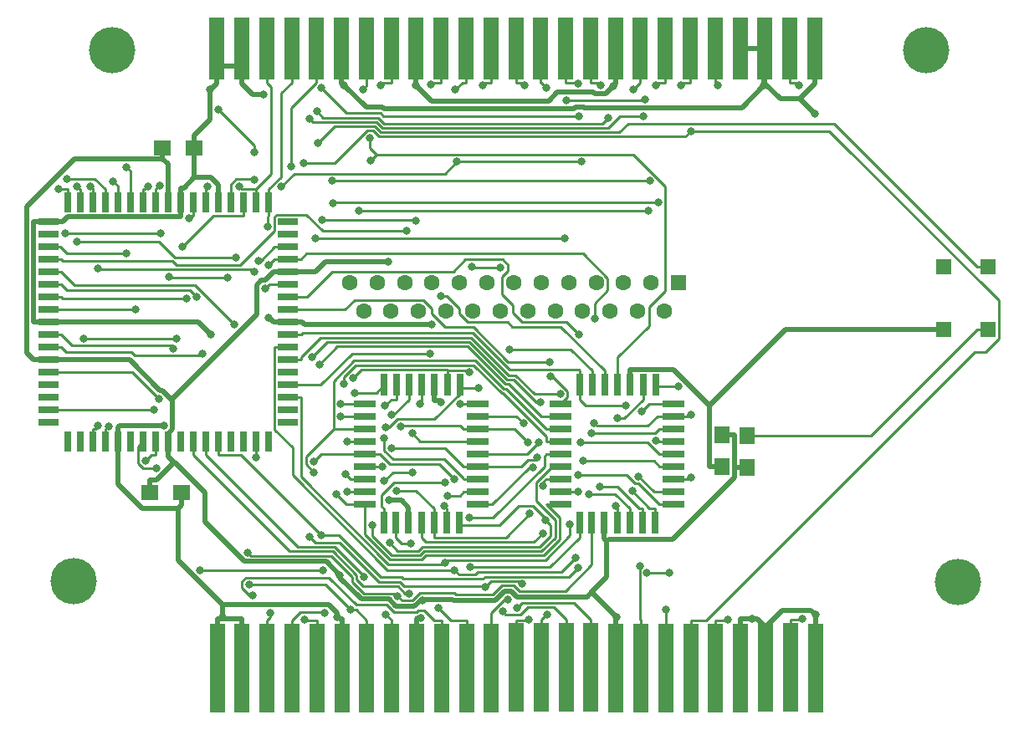
<source format=gbr>
%TF.GenerationSoftware,KiCad,Pcbnew,(6.0.2)*%
%TF.CreationDate,2022-10-23T13:50:21-05:00*%
%TF.ProjectId,REF1451,52454631-3435-4312-9e6b-696361645f70,rev?*%
%TF.SameCoordinates,Original*%
%TF.FileFunction,Copper,L1,Top*%
%TF.FilePolarity,Positive*%
%FSLAX46Y46*%
G04 Gerber Fmt 4.6, Leading zero omitted, Abs format (unit mm)*
G04 Created by KiCad (PCBNEW (6.0.2)) date 2022-10-23 13:50:21*
%MOMM*%
%LPD*%
G01*
G04 APERTURE LIST*
%TA.AperFunction,NonConductor*%
%ADD10C,0.000001*%
%TD*%
%TA.AperFunction,SMDPad,CuDef*%
%ADD11R,0.700000X2.270000*%
%TD*%
%TA.AperFunction,SMDPad,CuDef*%
%ADD12R,2.270000X0.700000*%
%TD*%
%TA.AperFunction,SMDPad,CuDef*%
%ADD13R,1.700000X1.630000*%
%TD*%
%TA.AperFunction,SMDPad,CuDef*%
%ADD14R,1.630000X1.710000*%
%TD*%
%TA.AperFunction,ComponentPad*%
%ADD15C,4.680000*%
%TD*%
%TA.AperFunction,SMDPad,CuDef*%
%ADD16R,1.530000X6.250000*%
%TD*%
%TA.AperFunction,SMDPad,CuDef*%
%ADD17R,2.000000X0.750000*%
%TD*%
%TA.AperFunction,SMDPad,CuDef*%
%ADD18R,0.750000X2.000000*%
%TD*%
%TA.AperFunction,ComponentPad*%
%ADD19R,1.590000X1.590000*%
%TD*%
%TA.AperFunction,SMDPad,CuDef*%
%ADD20R,1.630000X1.700000*%
%TD*%
%TA.AperFunction,SMDPad,CuDef*%
%ADD21R,1.530000X9.000000*%
%TD*%
%TA.AperFunction,ComponentPad*%
%ADD22R,1.600000X1.600000*%
%TD*%
%TA.AperFunction,ComponentPad*%
%ADD23C,1.600000*%
%TD*%
%TA.AperFunction,ViaPad*%
%ADD24C,0.800000*%
%TD*%
%TA.AperFunction,Conductor*%
%ADD25C,0.250000*%
%TD*%
%TA.AperFunction,Conductor*%
%ADD26C,0.500000*%
%TD*%
G04 APERTURE END LIST*
D10*
X177744200Y-61397700D02*
G75*
G03*
X177744200Y-61397700I0J0D01*
G01*
X177744200Y-62939700D02*
G75*
G03*
X177744200Y-62939700I0J0D01*
G01*
D11*
%TO.P,U2,1,A18*%
%TO.N,/A18*%
X137360500Y-110675000D03*
%TO.P,U2,2,A16*%
%TO.N,/A16*%
X138629500Y-110674000D03*
%TO.P,U2,3,A15*%
%TO.N,/A15*%
X139939500Y-110673000D03*
%TO.P,U2,4,A12*%
%TO.N,/A12*%
X141209500Y-110673000D03*
D12*
%TO.P,U2,5,A7*%
%TO.N,/A7*%
X143072500Y-108768000D03*
%TO.P,U2,6,A6*%
%TO.N,/A6*%
X143075500Y-107538000D03*
%TO.P,U2,7,A5*%
%TO.N,/A5*%
X143073500Y-106231000D03*
%TO.P,U2,8,A4*%
%TO.N,/A4*%
X143074500Y-104960000D03*
%TO.P,U2,9,A3*%
%TO.N,/A3*%
X143076500Y-103728000D03*
%TO.P,U2,10,A2*%
%TO.N,/A2*%
X143073500Y-102417000D03*
%TO.P,U2,11,A1*%
%TO.N,/A1*%
X143074500Y-101149000D03*
%TO.P,U2,12,A0*%
%TO.N,/A0*%
X143074500Y-99878000D03*
%TO.P,U2,13,Ad8*%
%TO.N,/AD8*%
X143074500Y-98610000D03*
D11*
%TO.P,U2,14,Ad9*%
%TO.N,/AD9*%
X141249500Y-96704000D03*
%TO.P,U2,15,Ad10*%
%TO.N,/AD10*%
X139979500Y-96705000D03*
%TO.P,U2,16,GND*%
%TO.N,/GND*%
X138669500Y-96703000D03*
%TO.P,U2,17,Ad11*%
%TO.N,/AD11*%
X137398500Y-96701000D03*
%TO.P,U2,18,Ad12*%
%TO.N,/AD12*%
X136087500Y-96704000D03*
%TO.P,U2,19,Ad13*%
%TO.N,/AD13*%
X134821500Y-96701000D03*
%TO.P,U2,20,Ad14*%
%TO.N,/AD14*%
X133590500Y-96703000D03*
D12*
%TO.P,U2,21,Ad15*%
%TO.N,/AD15*%
X131644500Y-98609000D03*
%TO.P,U2,22,CE#*%
%TO.N,/Chip_Enable*%
X131644500Y-99881000D03*
%TO.P,U2,23,A10*%
%TO.N,/A10*%
X131643500Y-101149000D03*
%TO.P,U2,24,OE#*%
%TO.N,/Output_Enable*%
X131644500Y-102420000D03*
%TO.P,U2,25,A11*%
%TO.N,/A11*%
X131645500Y-103727000D03*
%TO.P,U2,26,A9*%
%TO.N,/A9*%
X131644500Y-104959000D03*
%TO.P,U2,27,A8*%
%TO.N,/A8*%
X131647500Y-106228000D03*
%TO.P,U2,28,A13*%
%TO.N,/A13*%
X131644500Y-107540000D03*
%TO.P,U2,29,A14*%
%TO.N,/A14*%
X131643500Y-108771000D03*
D11*
%TO.P,U2,30,A17*%
%TO.N,/A17*%
X133548500Y-110675000D03*
%TO.P,U2,31,WE#*%
%TO.N,/{slash}write*%
X134779500Y-110672000D03*
%TO.P,U2,32,VCC*%
%TO.N,/VCC*%
X136050500Y-110673000D03*
%TD*%
D13*
%TO.P,C2,1*%
%TO.N,/VCC*%
X109882400Y-107603100D03*
%TO.P,C2,2*%
%TO.N,/GND*%
X113100400Y-107603100D03*
%TD*%
D14*
%TO.P,R1,1*%
%TO.N,/Button*%
X170349600Y-101804000D03*
%TO.P,R1,2*%
%TO.N,/VCC*%
X170342600Y-105031000D03*
%TD*%
D15*
%TO.P,Hole4,1*%
%TO.N,N/C*%
X191634000Y-116655000D03*
%TD*%
D13*
%TO.P,C1,1*%
%TO.N,/VCC*%
X111180400Y-72674100D03*
%TO.P,C1,2*%
%TO.N,/GND*%
X114398400Y-72674100D03*
%TD*%
D15*
%TO.P,Hole2,1*%
%TO.N,N/C*%
X102177000Y-116610000D03*
%TD*%
%TO.P,Hole1,1*%
%TO.N,N/C*%
X106028000Y-62798000D03*
%TD*%
D16*
%TO.P,J2,1,Pin_1*%
%TO.N,/GND*%
X116659000Y-62620000D03*
%TO.P,J2,2,Pin_2*%
X119177000Y-62620000D03*
%TO.P,J2,3,Pin_3*%
%TO.N,/AD15*%
X121702000Y-62620000D03*
%TO.P,J2,4,Pin_4*%
%TO.N,/AD14*%
X124229000Y-62620000D03*
%TO.P,J2,5,Pin_5*%
%TO.N,/AD13*%
X126748000Y-62620000D03*
%TO.P,J2,6,Pin_6*%
%TO.N,/GND*%
X129267000Y-62620000D03*
%TO.P,J2,7,Pin_7*%
%TO.N,/AD12*%
X131790000Y-62620000D03*
%TO.P,J2,8,Pin_8*%
%TO.N,/{slash}write*%
X134309000Y-62620000D03*
%TO.P,J2,9,Pin_9*%
%TO.N,/VCC*%
X136828000Y-62620000D03*
%TO.P,J2,10,Pin_10*%
%TO.N,/{slash}read_top*%
X139356000Y-62620000D03*
%TO.P,J2,11,Pin_11*%
%TO.N,/AD11*%
X141881000Y-62620000D03*
%TO.P,J2,12,Pin_12*%
%TO.N,/AD10*%
X144402000Y-62620000D03*
%TO.P,J2,13,Pin_13*%
%TO.N,/12V_Front*%
X146926000Y-62620000D03*
%TO.P,J2,14,Pin_14*%
%TO.N,/12V_2_Front*%
X149446000Y-62620000D03*
%TO.P,J2,15,Pin_15*%
%TO.N,/AD9*%
X151966000Y-62620000D03*
%TO.P,J2,16,Pin_16*%
%TO.N,/AD8*%
X154485000Y-62620000D03*
%TO.P,J2,17,Pin_17*%
%TO.N,/VCC*%
X157003000Y-62620000D03*
%TO.P,J2,18,Pin_18*%
%TO.N,/CIC_15*%
X159527000Y-62620000D03*
%TO.P,J2,19,Pin_19*%
%TO.N,/CIC_11*%
X162053000Y-62620000D03*
%TO.P,J2,20,Pin_20*%
%TO.N,/{slash}COLD_RESET*%
X164571000Y-62620000D03*
%TO.P,J2,21,Pin_21*%
%TO.N,/EEPROM_DAT*%
X167091000Y-62620000D03*
%TO.P,J2,22,Pin_22*%
%TO.N,/GND*%
X169610000Y-62620000D03*
%TO.P,J2,23,Pin_23*%
X172140000Y-62620000D03*
%TO.P,J2,24,Pin_24*%
%TO.N,/LAUDIO*%
X174666000Y-62620000D03*
%TO.P,J2,25,Pin_25*%
%TO.N,/GND*%
X177185000Y-62620000D03*
%TD*%
D15*
%TO.P,Hole3,1*%
%TO.N,N/C*%
X188459000Y-62837000D03*
%TD*%
D17*
%TO.P,U3,1,GND*%
%TO.N,/GND*%
X99595000Y-90348000D03*
%TO.P,U3,2,I/O*%
%TO.N,/A16*%
X99595000Y-91618000D03*
%TO.P,U3,3,I/O*%
%TO.N,/A10*%
X99595000Y-92888000D03*
%TO.P,U3,4,VCC*%
%TO.N,/VCC*%
X99595000Y-94158000D03*
%TO.P,U3,5,I/O*%
%TO.N,/AD9*%
X99595000Y-95428000D03*
%TO.P,U3,6,I/O*%
%TO.N,unconnected-(U3-Pad6)*%
X99595000Y-96698000D03*
%TO.P,U3,7,I/O*%
%TO.N,unconnected-(U3-Pad7)*%
X99595000Y-97968000D03*
%TO.P,U3,8,I/O*%
%TO.N,/AD8*%
X99595000Y-99238000D03*
%TO.P,U3,9,TDO*%
%TO.N,unconnected-(U3-Pad9)*%
X99595000Y-100508000D03*
D18*
%TO.P,U3,10,I/O*%
%TO.N,unconnected-(U3-Pad10)*%
X101560000Y-102473000D03*
%TO.P,U3,11,I/O*%
%TO.N,unconnected-(U3-Pad11)*%
X102830000Y-102473000D03*
%TO.P,U3,12,I/O*%
%TO.N,/AD0*%
X104100000Y-102473000D03*
%TO.P,U3,13,I/O*%
%TO.N,/AD1*%
X105370000Y-102473000D03*
%TO.P,U3,14,GND*%
%TO.N,/GND*%
X106640000Y-102473000D03*
%TO.P,U3,15,I/O*%
%TO.N,unconnected-(U3-Pad15)*%
X107910000Y-102473000D03*
%TO.P,U3,16,GCLK/I*%
%TO.N,/{slash}COLD_RESET*%
X109180000Y-102473000D03*
%TO.P,U3,17,ACLK/I*%
%TO.N,/{slash}write*%
X110450000Y-102473000D03*
%TO.P,U3,18,VCC*%
%TO.N,/VCC*%
X111720000Y-102473000D03*
%TO.P,U3,19,GCLK/I*%
%TO.N,unconnected-(U3-Pad19)*%
X112990000Y-102473000D03*
%TO.P,U3,20,GCLK/I*%
%TO.N,/ALE_H*%
X114260000Y-102473000D03*
%TO.P,U3,21,I/O*%
%TO.N,/AD3*%
X115530000Y-102473000D03*
%TO.P,U3,22,I/O*%
%TO.N,/AD2*%
X116800000Y-102473000D03*
%TO.P,U3,23,I/O*%
%TO.N,unconnected-(U3-Pad23)*%
X118070000Y-102473000D03*
%TO.P,U3,24,I/O*%
%TO.N,unconnected-(U3-Pad24)*%
X119340000Y-102473000D03*
%TO.P,U3,25,I/O*%
%TO.N,/AD5*%
X120610000Y-102473000D03*
%TO.P,U3,26,I/O*%
%TO.N,unconnected-(U3-Pad26)*%
X121880000Y-102473000D03*
D17*
%TO.P,U3,27,TDI*%
%TO.N,unconnected-(U3-Pad27)*%
X123845000Y-100508000D03*
%TO.P,U3,28,I/O*%
%TO.N,unconnected-(U3-Pad28)*%
X123845000Y-99238000D03*
%TO.P,U3,29,I/O*%
%TO.N,/A15*%
X123845000Y-97968000D03*
%TO.P,U3,30,I/O*%
%TO.N,/AD4*%
X123845000Y-96698000D03*
%TO.P,U3,31,I/O*%
%TO.N,unconnected-(U3-Pad31)*%
X123845000Y-95428000D03*
%TO.P,U3,32,I/O*%
%TO.N,/A3*%
X123845000Y-94158000D03*
%TO.P,U3,33,I/O*%
%TO.N,/A6*%
X123845000Y-92888000D03*
%TO.P,U3,34,I/O*%
%TO.N,/AD6*%
X123845000Y-91618000D03*
%TO.P,U3,35,GND*%
%TO.N,/GND*%
X123845000Y-90348000D03*
%TO.P,U3,36,I/O*%
%TO.N,/AD7*%
X123845000Y-89078000D03*
%TO.P,U3,37,I/O*%
%TO.N,/A7*%
X123845000Y-87808000D03*
%TO.P,U3,38,I/O*%
%TO.N,/Chip_Enable*%
X123845000Y-86538000D03*
%TO.P,U3,39,VCC*%
%TO.N,/VCC*%
X123845000Y-85268000D03*
%TO.P,U3,40,I/O*%
%TO.N,/A13*%
X123845000Y-83998000D03*
%TO.P,U3,41,I/O*%
%TO.N,/A14*%
X123845000Y-82728000D03*
%TO.P,U3,42,TRSTB*%
%TO.N,unconnected-(U3-Pad42)*%
X123845000Y-81458000D03*
%TO.P,U3,43,TMS*%
%TO.N,unconnected-(U3-Pad43)*%
X123845000Y-80188000D03*
D18*
%TO.P,U3,44,I/O*%
%TO.N,/AD14*%
X121880000Y-78223000D03*
%TO.P,U3,45,I/O*%
%TO.N,/AD15*%
X120610000Y-78223000D03*
%TO.P,U3,46,I/O*%
%TO.N,/AD13*%
X119340000Y-78223000D03*
%TO.P,U3,47,I/O*%
%TO.N,/A4*%
X118070000Y-78223000D03*
%TO.P,U3,48,GND*%
%TO.N,/GND*%
X116800000Y-78223000D03*
%TO.P,U3,49,I/O*%
%TO.N,/A5*%
X115530000Y-78223000D03*
%TO.P,U3,50,GCLK/I*%
%TO.N,/{slash}read_bottom*%
X114260000Y-78223000D03*
%TO.P,U3,51,ACLK/I*%
%TO.N,/GND*%
X112990000Y-78223000D03*
%TO.P,U3,52,VCC*%
%TO.N,/VCC*%
X111720000Y-78223000D03*
%TO.P,U3,53,GCLK/I*%
%TO.N,/Button*%
X110450000Y-78223000D03*
%TO.P,U3,54,GCLK/I*%
%TO.N,/ALE_L*%
X109180000Y-78223000D03*
%TO.P,U3,55,I/O*%
%TO.N,/A2*%
X107910000Y-78223000D03*
%TO.P,U3,56,I/O*%
%TO.N,/A8*%
X106640000Y-78223000D03*
%TO.P,U3,57,I/O*%
%TO.N,/A1*%
X105370000Y-78223000D03*
%TO.P,U3,58,I/O*%
%TO.N,/A9*%
X104100000Y-78223000D03*
%TO.P,U3,59,I/O*%
%TO.N,/Output_Enable*%
X102830000Y-78223000D03*
%TO.P,U3,60,I/O*%
%TO.N,/A0*%
X101560000Y-78223000D03*
D17*
%TO.P,U3,61,TCK*%
%TO.N,/GND*%
X99595000Y-80188000D03*
%TO.P,U3,62,STM*%
%TO.N,unconnected-(U3-Pad62)*%
X99595000Y-81458000D03*
%TO.P,U3,63,I/O*%
%TO.N,/AD12*%
X99595000Y-82728000D03*
%TO.P,U3,64,I/O*%
%TO.N,/{slash}read_top*%
X99595000Y-83998000D03*
%TO.P,U3,65,I/O*%
%TO.N,/A11*%
X99595000Y-85268000D03*
%TO.P,U3,66,I/O*%
%TO.N,/AD10*%
X99595000Y-86538000D03*
%TO.P,U3,67,I/O*%
%TO.N,/AD11*%
X99595000Y-87808000D03*
%TO.P,U3,68,I/O*%
%TO.N,/A12*%
X99595000Y-89078000D03*
%TD*%
D11*
%TO.P,U1,1,A18*%
%TO.N,/A18*%
X157189500Y-110675000D03*
%TO.P,U1,2,A16*%
%TO.N,/A16*%
X158458500Y-110674000D03*
%TO.P,U1,3,A15*%
%TO.N,/A15*%
X159768500Y-110673000D03*
%TO.P,U1,4,A12*%
%TO.N,/A12*%
X161038500Y-110673000D03*
D12*
%TO.P,U1,5,A7*%
%TO.N,/A7*%
X162901500Y-108768000D03*
%TO.P,U1,6,A6*%
%TO.N,/A6*%
X162904500Y-107538000D03*
%TO.P,U1,7,A5*%
%TO.N,/A5*%
X162902500Y-106231000D03*
%TO.P,U1,8,A4*%
%TO.N,/A4*%
X162903500Y-104960000D03*
%TO.P,U1,9,A3*%
%TO.N,/A3*%
X162905500Y-103728000D03*
%TO.P,U1,10,A2*%
%TO.N,/A2*%
X162902500Y-102417000D03*
%TO.P,U1,11,A1*%
%TO.N,/A1*%
X162903500Y-101149000D03*
%TO.P,U1,12,A0*%
%TO.N,/A0*%
X162903500Y-99878000D03*
%TO.P,U1,13,Ad0*%
%TO.N,/AD0*%
X162903500Y-98610000D03*
D11*
%TO.P,U1,14,Ad1*%
%TO.N,/AD1*%
X161078500Y-96704000D03*
%TO.P,U1,15,Ad2*%
%TO.N,/AD2*%
X159808500Y-96705000D03*
%TO.P,U1,16,GND*%
%TO.N,/GND*%
X158498500Y-96703000D03*
%TO.P,U1,17,Ad3*%
%TO.N,/AD3*%
X157227500Y-96701000D03*
%TO.P,U1,18,Ad4*%
%TO.N,/AD4*%
X155916500Y-96704000D03*
%TO.P,U1,19,Ad5*%
%TO.N,/AD5*%
X154650500Y-96701000D03*
%TO.P,U1,20,Ad6*%
%TO.N,/AD6*%
X153419500Y-96703000D03*
D12*
%TO.P,U1,21,Ad7*%
%TO.N,/AD7*%
X151473500Y-98609000D03*
%TO.P,U1,22,CE#*%
%TO.N,/Chip_Enable*%
X151473500Y-99881000D03*
%TO.P,U1,23,A10*%
%TO.N,/A10*%
X151472500Y-101149000D03*
%TO.P,U1,24,OE#*%
%TO.N,/Output_Enable*%
X151473500Y-102420000D03*
%TO.P,U1,25,A11*%
%TO.N,/A11*%
X151474500Y-103727000D03*
%TO.P,U1,26,A9*%
%TO.N,/A9*%
X151473500Y-104959000D03*
%TO.P,U1,27,A8*%
%TO.N,/A8*%
X151476500Y-106228000D03*
%TO.P,U1,28,A13*%
%TO.N,/A13*%
X151473500Y-107540000D03*
%TO.P,U1,29,A14*%
%TO.N,/A14*%
X151472500Y-108771000D03*
D11*
%TO.P,U1,30,A17*%
%TO.N,/A17*%
X153377500Y-110675000D03*
%TO.P,U1,31,WE#*%
%TO.N,/{slash}write*%
X154608500Y-110672000D03*
%TO.P,U1,32,VCC*%
%TO.N,/VCC*%
X155879500Y-110673000D03*
%TD*%
D19*
%TO.P,SW1,1,1*%
%TO.N,/GND*%
X190205000Y-91084000D03*
X190245000Y-84734000D03*
%TO.P,SW1,2,2*%
%TO.N,/Button*%
X194691000Y-91087000D03*
X194730000Y-84735000D03*
%TD*%
D20*
%TO.P,C3,1*%
%TO.N,/VCC*%
X167796900Y-101795400D03*
%TO.P,C3,2*%
%TO.N,/GND*%
X167796900Y-105013400D03*
%TD*%
D21*
%TO.P,J4,1,Pin_1*%
%TO.N,/GND*%
X116705000Y-125369000D03*
%TO.P,J4,2,Pin_2*%
X119223000Y-125383000D03*
%TO.P,J4,3,Pin_3*%
%TO.N,/AD15*%
X121748000Y-125371000D03*
%TO.P,J4,4,Pin_4*%
%TO.N,/AD14*%
X124275000Y-125365000D03*
%TO.P,J4,5,Pin_5*%
%TO.N,/AD13*%
X126794000Y-125379000D03*
%TO.P,J4,6,Pin_6*%
%TO.N,/GND*%
X129313000Y-125365000D03*
%TO.P,J4,7,Pin_7*%
%TO.N,/AD12*%
X131836000Y-125354000D03*
%TO.P,J4,8,Pin_8*%
%TO.N,/{slash}write*%
X134355000Y-125340000D03*
%TO.P,J4,9,Pin_9*%
%TO.N,/VCC*%
X136874000Y-125368000D03*
%TO.P,J4,10,Pin_10*%
%TO.N,/{slash}read_bottom*%
X139402000Y-125368000D03*
%TO.P,J4,11,Pin_11*%
%TO.N,/AD11*%
X141927000Y-125359000D03*
%TO.P,J4,12,Pin_12*%
%TO.N,/AD10*%
X144448000Y-125351000D03*
%TO.P,J4,13,Pin_13*%
%TO.N,/12V_Front*%
X146972000Y-125335000D03*
%TO.P,J4,14,Pin_14*%
%TO.N,/12V_2_Front*%
X149492000Y-125308000D03*
%TO.P,J4,15,Pin_15*%
%TO.N,/AD9*%
X152012000Y-125320000D03*
%TO.P,J4,16,Pin_16*%
%TO.N,/AD8*%
X154531000Y-125306000D03*
%TO.P,J4,17,Pin_17*%
%TO.N,/VCC*%
X157049000Y-125372000D03*
%TO.P,J4,18,Pin_18*%
%TO.N,/CIC_15*%
X159573000Y-125366000D03*
%TO.P,J4,19,Pin_19*%
%TO.N,/CIC_11*%
X162099000Y-125356000D03*
%TO.P,J4,20,Pin_20*%
%TO.N,/{slash}COLD_RESET*%
X164617000Y-125352000D03*
%TO.P,J4,21,Pin_21*%
%TO.N,/EEPROM_DAT*%
X167137000Y-125337000D03*
%TO.P,J4,22,Pin_22*%
%TO.N,/GND*%
X169656000Y-125337000D03*
%TO.P,J4,23,Pin_23*%
X172186000Y-125321000D03*
%TO.P,J4,24,Pin_24*%
%TO.N,/LAUDIO*%
X174712000Y-125320000D03*
%TO.P,J4,25,Pin_25*%
%TO.N,/GND*%
X177231000Y-125379000D03*
%TD*%
D22*
%TO.P,J1,1,1*%
%TO.N,N/C*%
X163369000Y-86383700D03*
D23*
%TO.P,J1,2,2*%
X160599000Y-86383700D03*
%TO.P,J1,3,3*%
X157829000Y-86383700D03*
%TO.P,J1,4,4*%
X155059000Y-86383700D03*
%TO.P,J1,5,5*%
X152289000Y-86383700D03*
%TO.P,J1,6,6*%
X149519000Y-86383700D03*
%TO.P,J1,7,7*%
X146749000Y-86383700D03*
%TO.P,J1,8,8*%
X143979000Y-86383700D03*
%TO.P,J1,9,9*%
X141209000Y-86383700D03*
%TO.P,J1,10,10*%
X138439000Y-86383700D03*
%TO.P,J1,11,11*%
X135669000Y-86383700D03*
%TO.P,J1,12,12*%
X132899000Y-86383700D03*
%TO.P,J1,13,13*%
X130129000Y-86383700D03*
%TO.P,J1,14,P14*%
X161984000Y-89223700D03*
%TO.P,J1,15,P15*%
X159214000Y-89223700D03*
%TO.P,J1,16,P16*%
X156444000Y-89223700D03*
%TO.P,J1,17,P17*%
X153674000Y-89223700D03*
%TO.P,J1,18,P18*%
X150904000Y-89223700D03*
%TO.P,J1,19,P19*%
X148134000Y-89223700D03*
%TO.P,J1,20,P20*%
X145364000Y-89223700D03*
%TO.P,J1,21,P21*%
X142594000Y-89223700D03*
%TO.P,J1,22,P22*%
X139824000Y-89223700D03*
%TO.P,J1,23,P23*%
X137054000Y-89223700D03*
%TO.P,J1,24,P24*%
X134284000Y-89223700D03*
%TO.P,J1,25,P25*%
X131514000Y-89223700D03*
%TD*%
D24*
%TO.N,/A18*%
X156998700Y-108924100D03*
X149681200Y-111721100D03*
%TO.N,/A16*%
X154285800Y-107745700D03*
X112240800Y-92993500D03*
X134868700Y-107390500D03*
X148339000Y-109717100D03*
%TO.N,/A15*%
X155435400Y-106975600D03*
X139712700Y-108921100D03*
X152413400Y-110799500D03*
X139762400Y-114707400D03*
%TO.N,/A12*%
X134155100Y-112717500D03*
X108473400Y-89078000D03*
X158691800Y-107460100D03*
X149924800Y-110410000D03*
%TO.N,/A7*%
X148634400Y-105017200D03*
X153224600Y-105820800D03*
X153275300Y-91584200D03*
%TO.N,/A6*%
X140727100Y-115432500D03*
X159307700Y-105957300D03*
X152940600Y-114240700D03*
X140042700Y-107902400D03*
%TO.N,/A5*%
X164671500Y-106075700D03*
X128417000Y-78287700D03*
X133622700Y-102117200D03*
X115733600Y-76604900D03*
X161328800Y-78257800D03*
%TO.N,/A4*%
X149075100Y-104022800D03*
X134368600Y-103096200D03*
X120475600Y-75936400D03*
X153736200Y-104410800D03*
%TO.N,/A3*%
X153507000Y-102527800D03*
X151408600Y-97643100D03*
X149288000Y-102515300D03*
%TO.N,/A2*%
X136443400Y-101610100D03*
X160332900Y-79027300D03*
X120465100Y-73135800D03*
X131072800Y-79027300D03*
X116822700Y-68831800D03*
X107546800Y-74652900D03*
X161141800Y-102357500D03*
%TO.N,/A1*%
X135236000Y-100887600D03*
X101476700Y-75809900D03*
X133622700Y-106419400D03*
X148182100Y-102504200D03*
X136462000Y-105554700D03*
X154608500Y-101564700D03*
X114966900Y-115430100D03*
X127410800Y-115430100D03*
%TO.N,/A0*%
X100624500Y-76897900D03*
X101323400Y-81312200D03*
X111012800Y-81312200D03*
X147693000Y-100600100D03*
X128337800Y-76058000D03*
X164663800Y-99692300D03*
X154822100Y-100537700D03*
X160485400Y-76058000D03*
%TO.N,/AD0*%
X126793100Y-69014100D03*
X159633300Y-99409700D03*
X156240200Y-69697300D03*
X104644000Y-100849700D03*
%TO.N,/AD1*%
X105687800Y-100867500D03*
X126079200Y-69745900D03*
X163346100Y-96813900D03*
X159807000Y-69494700D03*
%TO.N,/AD2*%
X153189600Y-115250500D03*
X127251500Y-66618500D03*
X127205100Y-111919300D03*
X153314000Y-69466100D03*
X157211100Y-100103200D03*
%TO.N,/GND*%
X117205200Y-120191300D03*
X121901000Y-89910000D03*
X116063600Y-91588800D03*
X128869500Y-120215400D03*
X139313100Y-98464700D03*
X138443400Y-90609300D03*
X129526100Y-66355100D03*
X111343100Y-100847000D03*
X170876000Y-120386900D03*
X121410400Y-67303400D03*
X177185000Y-69263200D03*
X115970800Y-66786800D03*
X172039600Y-66389700D03*
X177231000Y-119946700D03*
%TO.N,/AD3*%
X132158900Y-71702500D03*
X131517600Y-116128700D03*
X132199300Y-73981000D03*
%TO.N,/AD4*%
X139353700Y-87701100D03*
X138281300Y-93517900D03*
%TO.N,/AD5*%
X145347200Y-84853300D03*
X146268800Y-93095000D03*
X126020000Y-112056700D03*
X120610000Y-104079300D03*
X143804100Y-117183000D03*
X147564700Y-116861000D03*
X142437400Y-84751800D03*
%TO.N,/AD6*%
X159964400Y-67794400D03*
X158010200Y-98768100D03*
X160175900Y-115749400D03*
X162454300Y-115749400D03*
X152057800Y-67894400D03*
%TO.N,/AD7*%
X150434200Y-95847300D03*
X150384900Y-94363300D03*
%TO.N,/Chip_Enable*%
X121527300Y-86972600D03*
X129212100Y-99881400D03*
X127029200Y-94605200D03*
%TO.N,/A10*%
X115174800Y-93501800D03*
X126506700Y-105533400D03*
%TO.N,/Output_Enable*%
X102518800Y-76614300D03*
X129886800Y-102420000D03*
X129502100Y-96577300D03*
X118557600Y-83822900D03*
X102487800Y-82179700D03*
%TO.N,/A11*%
X118461900Y-90589500D03*
X126480400Y-104484300D03*
X140737700Y-106284300D03*
X142179000Y-110171800D03*
%TO.N,/A9*%
X103903700Y-76617400D03*
X103225800Y-91981200D03*
X112616300Y-91981200D03*
X133381000Y-104951800D03*
X132389900Y-110930100D03*
%TO.N,/A8*%
X120475000Y-85242200D03*
X149414400Y-98461400D03*
X106148300Y-76069700D03*
X149706100Y-106919100D03*
X129721000Y-105697700D03*
X126297900Y-93865600D03*
X104618000Y-84915700D03*
%TO.N,/A13*%
X154887000Y-90010000D03*
X121871900Y-84588100D03*
X129856600Y-107495400D03*
X153208900Y-107540000D03*
%TO.N,/A14*%
X120908100Y-84137500D03*
X128769700Y-107800800D03*
%TO.N,/A17*%
X142300400Y-115157500D03*
X139737500Y-106568700D03*
%TO.N,/{slash}write*%
X133793400Y-119934200D03*
X109463100Y-104342100D03*
X136333800Y-112754500D03*
X119798500Y-113694100D03*
X134965200Y-118064700D03*
X133240800Y-66326700D03*
%TO.N,/VCC*%
X134001400Y-84202300D03*
X129121300Y-115938200D03*
X136839400Y-66371800D03*
X137504900Y-118484900D03*
X134060300Y-108382200D03*
X137350000Y-120266600D03*
X157107100Y-120215000D03*
X156771100Y-66427100D03*
%TO.N,/AD8*%
X123192400Y-76640700D03*
X155511100Y-66366300D03*
X147078400Y-119244300D03*
X140955600Y-74107100D03*
X141329400Y-98610000D03*
X153584500Y-74107100D03*
X110332500Y-99238000D03*
%TO.N,/AD9*%
X126681500Y-81884000D03*
X145576400Y-119649300D03*
X133785700Y-100965400D03*
X153188700Y-66194100D03*
X151882400Y-81884000D03*
X110782600Y-98093900D03*
X143131600Y-96983000D03*
%TO.N,/AD10*%
X146091500Y-118445600D03*
X142204900Y-95439200D03*
X143607000Y-66371800D03*
X114588400Y-87757300D03*
X130458400Y-96006000D03*
%TO.N,/AD11*%
X139072600Y-119289900D03*
X137217800Y-98658600D03*
X127356500Y-80025400D03*
X136794100Y-80087300D03*
X140821000Y-66824900D03*
X113572000Y-87931300D03*
%TO.N,/AD12*%
X131437000Y-66760100D03*
X130195500Y-119465800D03*
X119933200Y-116941900D03*
X107487900Y-83405500D03*
X134335400Y-99737100D03*
%TO.N,/AD13*%
X133709100Y-98756100D03*
X113163100Y-82690800D03*
X125516000Y-120484600D03*
X124204100Y-74579200D03*
%TO.N,/AD14*%
X127543500Y-119775400D03*
X121787900Y-80684500D03*
X130588500Y-97481500D03*
%TO.N,/AD15*%
X111798900Y-85735400D03*
X118932500Y-76608500D03*
X129220800Y-98609000D03*
X117725600Y-85855700D03*
X122070700Y-119791600D03*
%TO.N,/ALE_L*%
X109670300Y-76599100D03*
%TO.N,/ALE_H*%
X136133000Y-117805700D03*
%TO.N,/{slash}read_top*%
X138287600Y-66318900D03*
X135856100Y-81123100D03*
%TO.N,/12V_Front*%
X147765800Y-66348900D03*
X148217700Y-120447200D03*
%TO.N,/12V_2_Front*%
X150106700Y-119962600D03*
X150047600Y-66607800D03*
%TO.N,/CIC_15*%
X159450700Y-115050700D03*
X158776700Y-66769100D03*
%TO.N,/CIC_11*%
X162099000Y-119477200D03*
X161080900Y-66360900D03*
%TO.N,/{slash}COLD_RESET*%
X164619800Y-70986000D03*
X125470900Y-74216600D03*
X163615500Y-66378700D03*
X110582300Y-105112800D03*
%TO.N,/EEPROM_DAT*%
X167379300Y-66348300D03*
X168396500Y-120445200D03*
%TO.N,/LAUDIO*%
X175614800Y-66367000D03*
X175886000Y-120369700D03*
%TO.N,/{slash}read_bottom*%
X113847200Y-79840800D03*
X120327200Y-117988700D03*
%TO.N,/Button*%
X126921100Y-72235600D03*
X110865600Y-76542200D03*
%TD*%
D25*
%TO.N,/A18*%
X137360500Y-110675000D02*
X137360500Y-112135100D01*
X148770400Y-112631900D02*
X137857300Y-112631900D01*
X137857300Y-112631900D02*
X137360500Y-112135100D01*
X149681200Y-111721100D02*
X148770400Y-112631900D01*
X157189500Y-110675000D02*
X157189500Y-109114900D01*
X157189500Y-109114900D02*
X156998700Y-108924100D01*
%TO.N,/A16*%
X156990300Y-107745700D02*
X158458500Y-109213900D01*
X138629500Y-112134100D02*
X145922000Y-112134100D01*
X99595000Y-91618000D02*
X100920100Y-91618000D01*
X138629500Y-109213900D02*
X136806100Y-107390500D01*
X138629500Y-110674000D02*
X138629500Y-112134100D01*
X158458500Y-110674000D02*
X158458500Y-109213900D01*
X138629500Y-110047500D02*
X138629500Y-110674000D01*
X154285800Y-107745700D02*
X156990300Y-107745700D01*
X102014300Y-92712200D02*
X100920100Y-91618000D01*
X138629500Y-110047500D02*
X138629500Y-109213900D01*
X112240800Y-92993500D02*
X111959500Y-92712200D01*
X111959500Y-92712200D02*
X102014300Y-92712200D01*
X145922000Y-112134100D02*
X148339000Y-109717100D01*
X136806100Y-107390500D02*
X134868700Y-107390500D01*
%TO.N,/A15*%
X139939500Y-109942900D02*
X139939500Y-109212900D01*
X159768500Y-109212900D02*
X159406800Y-109212900D01*
X140037500Y-114432300D02*
X149915300Y-114432300D01*
X139762400Y-114707400D02*
X140037500Y-114432300D01*
X139939500Y-109212900D02*
X139712700Y-108986100D01*
X139628500Y-114841300D02*
X139762400Y-114707400D01*
X159406800Y-109212900D02*
X157169500Y-106975600D01*
X152413400Y-111934200D02*
X152413400Y-110799500D01*
X139939500Y-109942900D02*
X139939500Y-110673000D01*
X125170100Y-106031200D02*
X133980200Y-114841300D01*
X149915300Y-114432300D02*
X152413400Y-111934200D01*
X157169500Y-106975600D02*
X155435400Y-106975600D01*
X139712700Y-108986100D02*
X139712700Y-108921100D01*
X125170100Y-97968000D02*
X125170100Y-106031200D01*
X133980200Y-114841300D02*
X139628500Y-114841300D01*
X159768500Y-110673000D02*
X159768500Y-109212900D01*
X123845000Y-97968000D02*
X125170100Y-97968000D01*
%TO.N,/A12*%
X161038500Y-110673000D02*
X161038500Y-109212900D01*
X134155100Y-112717500D02*
X134928600Y-113491000D01*
X149355800Y-113082000D02*
X150435300Y-112002500D01*
X137047600Y-113491000D02*
X137456600Y-113082000D01*
X148652200Y-108942900D02*
X147245300Y-108942900D01*
X99595000Y-89078000D02*
X108473400Y-89078000D01*
X137456600Y-113082000D02*
X149355800Y-113082000D01*
X147245300Y-108942900D02*
X145249000Y-110939200D01*
X150435300Y-110920500D02*
X149924800Y-110410000D01*
X149924800Y-110410000D02*
X149924800Y-110215500D01*
X160444600Y-109212900D02*
X158691800Y-107460100D01*
X161038500Y-109212900D02*
X160444600Y-109212900D01*
X141475700Y-110939200D02*
X141209500Y-110673000D01*
X134928600Y-113491000D02*
X137047600Y-113491000D01*
X149924800Y-110215500D02*
X148652200Y-108942900D01*
X150435300Y-112002500D02*
X150435300Y-110920500D01*
X145249000Y-110939200D02*
X141475700Y-110939200D01*
%TO.N,/A7*%
X148283400Y-105017200D02*
X148634400Y-105017200D01*
X128319200Y-85258500D02*
X140574700Y-85258500D01*
X143072500Y-108768000D02*
X144532600Y-108768000D01*
X159007400Y-106682400D02*
X159355800Y-106682400D01*
X123845000Y-87808000D02*
X125769700Y-87808000D01*
X159355800Y-106682400D02*
X161441400Y-108768000D01*
X146121700Y-85147400D02*
X145553400Y-85715700D01*
X146640300Y-89397400D02*
X147591800Y-90348900D01*
X146640300Y-88657200D02*
X146640300Y-89397400D01*
X144532600Y-108768000D02*
X148283400Y-105017200D01*
X147591800Y-90348900D02*
X152040000Y-90348900D01*
X145553400Y-85715700D02*
X145553400Y-87570300D01*
X145553400Y-87570300D02*
X146640300Y-88657200D01*
X153224600Y-105820800D02*
X158145800Y-105820800D01*
X152040000Y-90348900D02*
X153275300Y-91584200D01*
X146121700Y-84563100D02*
X146121700Y-85147400D01*
X125769700Y-87808000D02*
X128319200Y-85258500D01*
X145570400Y-84011800D02*
X146121700Y-84563100D01*
X158145800Y-105820800D02*
X159007400Y-106682400D01*
X162901500Y-108768000D02*
X161441400Y-108768000D01*
X140574700Y-85258500D02*
X141821400Y-84011800D01*
X141821400Y-84011800D02*
X145570400Y-84011800D01*
%TO.N,/A6*%
X140727100Y-115432500D02*
X141200500Y-115905900D01*
X141251000Y-107902400D02*
X140042700Y-107902400D01*
X143075500Y-107538000D02*
X141615400Y-107538000D01*
X151520800Y-115660500D02*
X152940600Y-114240700D01*
X124333600Y-103027100D02*
X124333600Y-105834400D01*
X142789700Y-115905900D02*
X143035100Y-115660500D01*
X123845000Y-92888000D02*
X122519900Y-92888000D01*
X124333600Y-105834400D02*
X133931700Y-115432500D01*
X141200500Y-115905900D02*
X142789700Y-115905900D01*
X122519900Y-92888000D02*
X122519900Y-101213400D01*
X159307700Y-105957300D02*
X160888400Y-107538000D01*
X122519900Y-101213400D02*
X124333600Y-103027100D01*
X160888400Y-107538000D02*
X162904500Y-107538000D01*
X141615400Y-107538000D02*
X141251000Y-107902400D01*
X133931700Y-115432500D02*
X140727100Y-115432500D01*
X143035100Y-115660500D02*
X151520800Y-115660500D01*
%TO.N,/A5*%
X134479100Y-104239500D02*
X139718400Y-104239500D01*
X142343500Y-106231000D02*
X143073500Y-106231000D01*
X142343500Y-106231000D02*
X141613400Y-106231000D01*
X133622700Y-103383100D02*
X134479100Y-104239500D01*
X128417000Y-78287700D02*
X128446900Y-78257800D01*
X141613400Y-106134500D02*
X141613400Y-106231000D01*
X115530000Y-78223000D02*
X115530000Y-76808500D01*
X164671500Y-106075700D02*
X164517900Y-106075700D01*
X128446900Y-78257800D02*
X161328800Y-78257800D01*
X115530000Y-76808500D02*
X115733600Y-76604900D01*
X164517900Y-106075700D02*
X164362600Y-106231000D01*
X162902500Y-106231000D02*
X164362600Y-106231000D01*
X133622700Y-102117200D02*
X133622700Y-103383100D01*
X139718400Y-104239500D02*
X141613400Y-106134500D01*
%TO.N,/A4*%
X118070000Y-76419800D02*
X118607800Y-75882000D01*
X148134400Y-104292000D02*
X148805900Y-104292000D01*
X153736200Y-104410800D02*
X160894200Y-104410800D01*
X142344500Y-104960000D02*
X143074500Y-104960000D01*
X147466400Y-104960000D02*
X148134400Y-104292000D01*
X141614400Y-104960000D02*
X139750600Y-103096200D01*
X120421200Y-75882000D02*
X120475600Y-75936400D01*
X139750600Y-103096200D02*
X134368600Y-103096200D01*
X118607800Y-75882000D02*
X120421200Y-75882000D01*
X142344500Y-104960000D02*
X141614400Y-104960000D01*
X162903500Y-104960000D02*
X161443400Y-104960000D01*
X148805900Y-104292000D02*
X149075100Y-104022800D01*
X160894200Y-104410800D02*
X161443400Y-104960000D01*
X118070000Y-78223000D02*
X118070000Y-76419800D01*
X143074500Y-104960000D02*
X147466400Y-104960000D01*
%TO.N,/A3*%
X125170100Y-93904600D02*
X127182100Y-91892600D01*
X149288000Y-102515300D02*
X148075300Y-103728000D01*
X161445400Y-103728000D02*
X160245200Y-102527800D01*
X146864800Y-95711000D02*
X148796900Y-97643100D01*
X162905500Y-103728000D02*
X161445400Y-103728000D01*
X146228200Y-95711000D02*
X146864800Y-95711000D01*
X142409800Y-91892600D02*
X146228200Y-95711000D01*
X160245200Y-102527800D02*
X153507000Y-102527800D01*
X125170100Y-94158000D02*
X125170100Y-93904600D01*
X148796900Y-97643100D02*
X151408600Y-97643100D01*
X148075300Y-103728000D02*
X143076500Y-103728000D01*
X127182100Y-91892600D02*
X142409800Y-91892600D01*
X123845000Y-94158000D02*
X125170100Y-94158000D01*
%TO.N,/A2*%
X120465100Y-72474200D02*
X120465100Y-73135800D01*
X161201300Y-102417000D02*
X161141800Y-102357500D01*
X131072800Y-79027300D02*
X160332900Y-79027300D01*
X161442400Y-102417000D02*
X161201300Y-102417000D01*
X137250300Y-102417000D02*
X143073500Y-102417000D01*
X107910000Y-78223000D02*
X107910000Y-75016100D01*
X136443400Y-101610100D02*
X137250300Y-102417000D01*
X116822700Y-68831800D02*
X120465100Y-72474200D01*
X162902500Y-102417000D02*
X161442400Y-102417000D01*
X107910000Y-75016100D02*
X107546800Y-74652900D01*
%TO.N,/A1*%
X134487400Y-105554700D02*
X136462000Y-105554700D01*
X161027700Y-101564700D02*
X154608500Y-101564700D01*
X141614400Y-101149000D02*
X141282000Y-100816600D01*
X104282000Y-75809900D02*
X101476700Y-75809900D01*
X135307000Y-100816600D02*
X135236000Y-100887600D01*
X133622700Y-106419400D02*
X134487400Y-105554700D01*
X146826900Y-101149000D02*
X148182100Y-102504200D01*
X141282000Y-100816600D02*
X135307000Y-100816600D01*
X162903500Y-101149000D02*
X161443400Y-101149000D01*
X105370000Y-78223000D02*
X105370000Y-76897900D01*
X105370000Y-76897900D02*
X104282000Y-75809900D01*
X161443400Y-101149000D02*
X161027700Y-101564700D01*
X143074500Y-101149000D02*
X146826900Y-101149000D01*
X142344500Y-101149000D02*
X143074500Y-101149000D01*
X114966900Y-115430100D02*
X127410800Y-115430100D01*
X142344500Y-101149000D02*
X141614400Y-101149000D01*
%TO.N,/A0*%
X162903500Y-99878000D02*
X161227700Y-99878000D01*
X160485400Y-76058000D02*
X128337800Y-76058000D01*
X143074500Y-99878000D02*
X146970900Y-99878000D01*
X111012800Y-81312200D02*
X101323400Y-81312200D01*
X163633600Y-99878000D02*
X162903500Y-99878000D01*
X155146200Y-100861800D02*
X154822100Y-100537700D01*
X164663800Y-99692300D02*
X164549300Y-99692300D01*
X160243900Y-100861800D02*
X155146200Y-100861800D01*
X161227700Y-99878000D02*
X160243900Y-100861800D01*
X101560000Y-76897900D02*
X100624500Y-76897900D01*
X164549300Y-99692300D02*
X164363600Y-99878000D01*
X101560000Y-78223000D02*
X101560000Y-76897900D01*
X146970900Y-99878000D02*
X147693000Y-100600100D01*
X163633600Y-99878000D02*
X164363600Y-99878000D01*
%TO.N,/AD0*%
X155717600Y-70219900D02*
X133611600Y-70219900D01*
X156240200Y-69697300D02*
X155717600Y-70219900D01*
X104100000Y-101147900D02*
X104345800Y-101147900D01*
X104100000Y-102473000D02*
X104100000Y-101147900D01*
X162903500Y-98610000D02*
X160433000Y-98610000D01*
X133611600Y-70219900D02*
X133018800Y-69627100D01*
X127406100Y-69627100D02*
X126793100Y-69014100D01*
X160433000Y-98610000D02*
X159633300Y-99409700D01*
X104345800Y-101147900D02*
X104644000Y-100849700D01*
X133018800Y-69627100D02*
X127406100Y-69627100D01*
%TO.N,/AD1*%
X163346100Y-96813900D02*
X161188400Y-96813900D01*
X133425100Y-70670000D02*
X132832300Y-70077200D01*
X157468400Y-69494700D02*
X156293100Y-70670000D01*
X132832300Y-70077200D02*
X126410500Y-70077200D01*
X161188400Y-96813900D02*
X161078500Y-96704000D01*
X156293100Y-70670000D02*
X133425100Y-70670000D01*
X126410500Y-70077200D02*
X126079200Y-69745900D01*
X105370000Y-101147900D02*
X105407400Y-101147900D01*
X159807000Y-69494700D02*
X157468400Y-69494700D01*
X105407400Y-101147900D02*
X105687800Y-100867500D01*
X105370000Y-102473000D02*
X105370000Y-101147900D01*
%TO.N,/AD2*%
X133243400Y-116191600D02*
X128971100Y-111919300D01*
X133205300Y-69177000D02*
X129810000Y-69177000D01*
X159808500Y-96705000D02*
X159808500Y-98165100D01*
X128971100Y-111919300D02*
X127205100Y-111919300D01*
X135390900Y-116191600D02*
X133243400Y-116191600D01*
X143841500Y-116120200D02*
X143605600Y-116356100D01*
X119083900Y-103798100D02*
X127205100Y-111919300D01*
X116800000Y-103798100D02*
X119083900Y-103798100D01*
X153189600Y-115250500D02*
X152319900Y-116120200D01*
X153314000Y-69466100D02*
X133494400Y-69466100D01*
X152319900Y-116120200D02*
X143841500Y-116120200D01*
X135555400Y-116356100D02*
X135390900Y-116191600D01*
X129810000Y-69177000D02*
X127251500Y-66618500D01*
X143605600Y-116356100D02*
X135555400Y-116356100D01*
X133494400Y-69466100D02*
X133205300Y-69177000D01*
X157211100Y-100103200D02*
X157870400Y-100103200D01*
X157870400Y-100103200D02*
X159808500Y-98165100D01*
X116800000Y-102473000D02*
X116800000Y-103798100D01*
D26*
%TO.N,/GND*%
X99595000Y-90348000D02*
X98144900Y-90348000D01*
X169656000Y-120386900D02*
X170876000Y-120386900D01*
X114822800Y-90348000D02*
X116063600Y-91588800D01*
X115970800Y-69836600D02*
X114398400Y-71409000D01*
X120285300Y-67303400D02*
X121410400Y-67303400D01*
X153833600Y-68644600D02*
X153777200Y-68588200D01*
X172140000Y-66195100D02*
X173674100Y-67729200D01*
X133586300Y-68744600D02*
X133443600Y-68601900D01*
X129069000Y-120414900D02*
X129313000Y-120414900D01*
X125295100Y-90348000D02*
X125556400Y-90609300D01*
X152833400Y-68744600D02*
X133586300Y-68744600D01*
X119177000Y-64407500D02*
X116659000Y-64407500D01*
X116659000Y-66195100D02*
X116067300Y-66786800D01*
X162872600Y-95117900D02*
X158498500Y-95117900D01*
X123845000Y-90348000D02*
X122394900Y-90348000D01*
X175650900Y-67729200D02*
X175651000Y-67729100D01*
X119177000Y-66195100D02*
X120285300Y-67303400D01*
X138669500Y-96703000D02*
X138669500Y-98288100D01*
X131772900Y-68601900D02*
X129526100Y-66355100D01*
X106640000Y-102473000D02*
X106640000Y-101022900D01*
X116067300Y-66786800D02*
X115970800Y-66786800D01*
X109093600Y-109208000D02*
X112760600Y-109208000D01*
X172140000Y-64407500D02*
X172140000Y-66195100D01*
X116800000Y-78223000D02*
X116800000Y-76772900D01*
X112990000Y-78223000D02*
X112990000Y-76772900D01*
X129267000Y-62620000D02*
X129267000Y-66195100D01*
X172039600Y-66389700D02*
X169784700Y-68644600D01*
X117205200Y-120191300D02*
X117205200Y-118918400D01*
X114398400Y-72674100D02*
X114398400Y-71409000D01*
X177185000Y-62620000D02*
X177185000Y-66195100D01*
X166531800Y-98777100D02*
X174224900Y-91084000D01*
X119223000Y-125383000D02*
X119223000Y-120432900D01*
X119223000Y-120432900D02*
X119209000Y-120418900D01*
X123845000Y-90348000D02*
X125295100Y-90348000D01*
X119177000Y-62620000D02*
X119177000Y-64407500D01*
X128869500Y-119827600D02*
X128869500Y-120215400D01*
X114398400Y-73306600D02*
X114398400Y-73939200D01*
X99859800Y-80188000D02*
X101045100Y-80188000D01*
X125556400Y-90609300D02*
X138443400Y-90609300D01*
X166531800Y-105013400D02*
X166531800Y-98777100D01*
X112760600Y-109208000D02*
X113100400Y-108868200D01*
X128869500Y-120215400D02*
X129069000Y-120414900D01*
X99859800Y-80188000D02*
X99595000Y-80188000D01*
X117205200Y-118918400D02*
X127960300Y-118918400D01*
X172039600Y-64507900D02*
X172039600Y-66389700D01*
X173674100Y-67729200D02*
X175650900Y-67729200D01*
X116800000Y-76469000D02*
X116038000Y-75707000D01*
X175651000Y-67729100D02*
X177185000Y-69263200D01*
X116659000Y-64407500D02*
X116659000Y-66195100D01*
X106640000Y-106754400D02*
X109093600Y-109208000D01*
X172140000Y-64407500D02*
X172039600Y-64507900D01*
X172140000Y-62620000D02*
X169610000Y-62620000D01*
X113100400Y-107603100D02*
X113100400Y-108868200D01*
X116038000Y-75707000D02*
X114398400Y-75707000D01*
X99595000Y-80188000D02*
X98144900Y-80188000D01*
X139313100Y-98464700D02*
X139136500Y-98288100D01*
X99595000Y-90348000D02*
X114822800Y-90348000D01*
X112990000Y-79673100D02*
X101560000Y-79673100D01*
X172186000Y-125321000D02*
X172186000Y-121192900D01*
X117205200Y-118918400D02*
X112760600Y-114473800D01*
X127960300Y-118918400D02*
X128869500Y-119827600D01*
X98144900Y-80188000D02*
X98144900Y-90348000D01*
X119209000Y-120418900D02*
X117205200Y-120418900D01*
X171380000Y-120386900D02*
X172186000Y-121192900D01*
X116659000Y-62620000D02*
X116659000Y-64407500D01*
X112990000Y-78223000D02*
X112990000Y-79673100D01*
X166531800Y-98777100D02*
X162872600Y-95117900D01*
X152989800Y-68588200D02*
X152833400Y-68744600D01*
X173883800Y-119495100D02*
X172186000Y-121192900D01*
X116800000Y-76772900D02*
X116800000Y-76469000D01*
X106640000Y-102473000D02*
X106640000Y-106754400D01*
X129267000Y-66195100D02*
X129366100Y-66195100D01*
X114398400Y-73306600D02*
X114398400Y-72674100D01*
X139136500Y-98288100D02*
X138669500Y-98288100D01*
X119177000Y-64407500D02*
X119177000Y-66195100D01*
X117205200Y-120418900D02*
X116705000Y-120418900D01*
X176779400Y-119495100D02*
X173883800Y-119495100D01*
X169656000Y-125337000D02*
X169656000Y-120386900D01*
X129313000Y-125365000D02*
X129313000Y-120414900D01*
X101560000Y-79673100D02*
X101045100Y-80188000D01*
X121956900Y-89910000D02*
X121901000Y-89910000D01*
X113332500Y-76772900D02*
X112990000Y-76772900D01*
X153777200Y-68588200D02*
X152989800Y-68588200D01*
X112760600Y-114473800D02*
X112760600Y-109208000D01*
X158498500Y-96703000D02*
X158498500Y-95117900D01*
X114398400Y-75707000D02*
X113332500Y-76772900D01*
X170876000Y-120386900D02*
X171380000Y-120386900D01*
X116705000Y-125369000D02*
X116705000Y-120418900D01*
X172140000Y-62620000D02*
X172140000Y-64407500D01*
X174224900Y-91084000D02*
X190205000Y-91084000D01*
X111343100Y-100847000D02*
X106815900Y-100847000D01*
X129366100Y-66195100D02*
X129526100Y-66355100D01*
X122394900Y-90348000D02*
X121956900Y-89910000D01*
X115970800Y-66786800D02*
X115970800Y-69836600D01*
X175651000Y-67729100D02*
X177185000Y-66195100D01*
X177231000Y-119946700D02*
X176779400Y-119495100D01*
X167796900Y-105013400D02*
X166531800Y-105013400D01*
X117205200Y-120191300D02*
X117205200Y-120418900D01*
X114398400Y-75707000D02*
X114398400Y-73939200D01*
X106815900Y-100847000D02*
X106640000Y-101022900D01*
X177231000Y-125379000D02*
X177231000Y-119946700D01*
X133443600Y-68601900D02*
X131772900Y-68601900D01*
X169784700Y-68644600D02*
X153833600Y-68644600D01*
D25*
%TO.N,/AD3*%
X160439700Y-88838700D02*
X162058000Y-87220400D01*
X131517600Y-116031300D02*
X131517600Y-116128700D01*
X124826400Y-113094500D02*
X128580800Y-113094500D01*
X157227500Y-93920700D02*
X160439700Y-90708500D01*
X132803200Y-73377100D02*
X132199300Y-73981000D01*
X162058000Y-87220400D02*
X162058000Y-76604900D01*
X158830200Y-73377100D02*
X132803200Y-73377100D01*
X132158900Y-72732800D02*
X132158900Y-71702500D01*
X160439700Y-90708500D02*
X160439700Y-88838700D01*
X115530000Y-103798100D02*
X124826400Y-113094500D01*
X132803200Y-73377100D02*
X132158900Y-72732800D01*
X128580800Y-113094500D02*
X131517600Y-116031300D01*
X115530000Y-102473000D02*
X115530000Y-103798100D01*
X157227500Y-96701000D02*
X157227500Y-93920700D01*
X162058000Y-76604900D02*
X158830200Y-73377100D01*
%TO.N,/AD4*%
X155916500Y-96704000D02*
X155916500Y-95243900D01*
X141224300Y-88982000D02*
X141224300Y-89500400D01*
X130329400Y-93517900D02*
X138281300Y-93517900D01*
X142072800Y-90348900D02*
X146073900Y-90348900D01*
X139943400Y-87701100D02*
X141224300Y-88982000D01*
X155909700Y-95243900D02*
X155916500Y-95243900D01*
X123845000Y-96698000D02*
X127149300Y-96698000D01*
X146530800Y-90805800D02*
X151471600Y-90805800D01*
X146073900Y-90348900D02*
X146530800Y-90805800D01*
X139353700Y-87701100D02*
X139943400Y-87701100D01*
X141224300Y-89500400D02*
X142072800Y-90348900D01*
X127149300Y-96698000D02*
X130329400Y-93517900D01*
X151471600Y-90805800D02*
X155909700Y-95243900D01*
%TO.N,/AD5*%
X133056900Y-116641700D02*
X135204400Y-116641700D01*
X126020000Y-112056700D02*
X126607700Y-112644400D01*
X144416800Y-116570300D02*
X143804100Y-117183000D01*
X152504600Y-93095000D02*
X154650500Y-95240900D01*
X145347200Y-84853300D02*
X142538900Y-84853300D01*
X146268800Y-93095000D02*
X152504600Y-93095000D01*
X142538900Y-84853300D02*
X142437400Y-84751800D01*
X129059600Y-112644400D02*
X133056900Y-116641700D01*
X126607700Y-112644400D02*
X129059600Y-112644400D01*
X135204400Y-116641700D02*
X135643200Y-117080500D01*
X147564700Y-116861000D02*
X147274000Y-116570300D01*
X120610000Y-104079300D02*
X120610000Y-102473000D01*
X135643200Y-117080500D02*
X143701600Y-117080500D01*
X147274000Y-116570300D02*
X144416800Y-116570300D01*
X143701600Y-117080500D02*
X143804100Y-117183000D01*
X154650500Y-96701000D02*
X154650500Y-95240900D01*
%TO.N,/AD6*%
X153419500Y-96703000D02*
X153419500Y-98163100D01*
X125345600Y-91442500D02*
X142596300Y-91442500D01*
X159864400Y-67894400D02*
X152057800Y-67894400D01*
X142596300Y-91442500D02*
X146276000Y-95122200D01*
X154024500Y-98768100D02*
X153419500Y-98163100D01*
X162454300Y-115749400D02*
X160175900Y-115749400D01*
X153419500Y-96703000D02*
X153419500Y-95242900D01*
X158010200Y-98768100D02*
X154024500Y-98768100D01*
X159964400Y-67794400D02*
X159864400Y-67894400D01*
X125170100Y-91618000D02*
X125345600Y-91442500D01*
X153298800Y-95122200D02*
X153419500Y-95242900D01*
X123845000Y-91618000D02*
X125170100Y-91618000D01*
X146276000Y-95122200D02*
X153298800Y-95122200D01*
%TO.N,/AD7*%
X139767200Y-90829800D02*
X142620200Y-90829800D01*
X151473500Y-98609000D02*
X152133700Y-97948800D01*
X123845000Y-89078000D02*
X129630900Y-89078000D01*
X146153700Y-94363300D02*
X150384900Y-94363300D01*
X138439000Y-88972300D02*
X138439000Y-89501600D01*
X138439000Y-89501600D02*
X139767200Y-90829800D01*
X129630900Y-89078000D02*
X130619600Y-88089300D01*
X152133700Y-97948800D02*
X152133700Y-97342700D01*
X137556000Y-88089300D02*
X138439000Y-88972300D01*
X152133700Y-97342700D02*
X150638300Y-95847300D01*
X150638300Y-95847300D02*
X150434200Y-95847300D01*
X142620200Y-90829800D02*
X146153700Y-94363300D01*
X130619600Y-88089300D02*
X137556000Y-88089300D01*
%TO.N,/Chip_Enable*%
X129212100Y-99881400D02*
X130184000Y-99881400D01*
X151473500Y-99881000D02*
X150013400Y-99881000D01*
X149468000Y-99881000D02*
X150013400Y-99881000D01*
X121961900Y-86538000D02*
X121527300Y-86972600D01*
X123845000Y-86538000D02*
X122519900Y-86538000D01*
X131644500Y-99881000D02*
X130184400Y-99881000D01*
X130184000Y-99881400D02*
X130184400Y-99881000D01*
X145855200Y-96611200D02*
X146198200Y-96611200D01*
X128841600Y-92792800D02*
X142036800Y-92792800D01*
X146198200Y-96611200D02*
X149468000Y-99881000D01*
X142036800Y-92792800D02*
X145855200Y-96611200D01*
X127029200Y-94605200D02*
X128841600Y-92792800D01*
X122519900Y-86538000D02*
X121961900Y-86538000D01*
%TO.N,/A10*%
X150001700Y-101149000D02*
X151472500Y-101149000D01*
X108358400Y-93719200D02*
X114957400Y-93719200D01*
X126458700Y-105533400D02*
X125683900Y-104758600D01*
X125683900Y-104758600D02*
X125683900Y-103945900D01*
X145668700Y-97061300D02*
X145914000Y-97061300D01*
X128480800Y-101149000D02*
X128480800Y-96321200D01*
X142850400Y-94243000D02*
X145668700Y-97061300D01*
X131643500Y-101149000D02*
X130183400Y-101149000D01*
X114957400Y-93719200D02*
X115174800Y-93501800D01*
X100920100Y-92888000D02*
X101419400Y-93387300D01*
X108026500Y-93387300D02*
X108358400Y-93719200D01*
X99595000Y-92888000D02*
X100920100Y-92888000D01*
X128480800Y-101149000D02*
X130183400Y-101149000D01*
X126506700Y-105533400D02*
X126458700Y-105533400D01*
X130559000Y-94243000D02*
X142850400Y-94243000D01*
X128480800Y-96321200D02*
X130559000Y-94243000D01*
X125683900Y-103945900D02*
X128480800Y-101149000D01*
X145914000Y-97061300D02*
X150001700Y-101149000D01*
X101419400Y-93387300D02*
X108026500Y-93387300D01*
%TO.N,/Output_Enable*%
X102830000Y-76897900D02*
X102802400Y-76897900D01*
X129502100Y-95936600D02*
X130745600Y-94693100D01*
X102802400Y-76897900D02*
X102518800Y-76614300D01*
X145629700Y-97511400D02*
X150013400Y-101895100D01*
X145482200Y-97511400D02*
X145629700Y-97511400D01*
X130184400Y-102420000D02*
X129886800Y-102420000D01*
X131644500Y-102420000D02*
X130184400Y-102420000D01*
X102487800Y-82179700D02*
X110812800Y-82179700D01*
X129502100Y-96577300D02*
X129502100Y-95936600D01*
X102830000Y-78223000D02*
X102830000Y-76897900D01*
X112456000Y-83822900D02*
X118557600Y-83822900D01*
X130745600Y-94693100D02*
X142663900Y-94693100D01*
X142663900Y-94693100D02*
X145482200Y-97511400D01*
X151473500Y-102420000D02*
X150013400Y-102420000D01*
X110812800Y-82179700D02*
X112456000Y-83822900D01*
X150013400Y-101895100D02*
X150013400Y-102420000D01*
%TO.N,/A11*%
X114453300Y-86580900D02*
X102233000Y-86580900D01*
X99595000Y-85268000D02*
X100920100Y-85268000D01*
X149800200Y-103941200D02*
X149800200Y-104988100D01*
X140737700Y-106284300D02*
X139180900Y-104727500D01*
X134182200Y-104727500D02*
X133181700Y-103727000D01*
X127237700Y-103727000D02*
X131645500Y-103727000D01*
X131645500Y-103727000D02*
X133105600Y-103727000D01*
X151474500Y-103727000D02*
X150014400Y-103727000D01*
X102233000Y-86580900D02*
X100920100Y-85268000D01*
X139180900Y-104727500D02*
X134182200Y-104727500D01*
X118461900Y-90589500D02*
X114453300Y-86580900D01*
X144616500Y-110171800D02*
X142179000Y-110171800D01*
X126480400Y-104484300D02*
X127237700Y-103727000D01*
X150014400Y-103727000D02*
X149800200Y-103941200D01*
X149800200Y-104988100D02*
X144616500Y-110171800D01*
X133181700Y-103727000D02*
X133105600Y-103727000D01*
%TO.N,/A9*%
X133381000Y-104951800D02*
X133111800Y-104951800D01*
X134353300Y-113941100D02*
X137234100Y-113941100D01*
X131644500Y-104959000D02*
X133104600Y-104959000D01*
X137643100Y-113532100D02*
X149542300Y-113532100D01*
X149542300Y-113532100D02*
X150915600Y-112158800D01*
X137234100Y-113941100D02*
X137643100Y-113532100D01*
X103225800Y-91981200D02*
X112616300Y-91981200D01*
X132389900Y-111977700D02*
X134353300Y-113941100D01*
X104100000Y-76813700D02*
X103903700Y-76617400D01*
X148977500Y-106607900D02*
X150626400Y-104959000D01*
X148977500Y-108437300D02*
X148977500Y-106607900D01*
X150915600Y-110375400D02*
X148977500Y-108437300D01*
X133111800Y-104951800D02*
X133104600Y-104959000D01*
X104100000Y-78223000D02*
X104100000Y-76813700D01*
X150915600Y-112158800D02*
X150915600Y-110375400D01*
X132389900Y-110930100D02*
X132389900Y-111977700D01*
X150626400Y-104959000D02*
X151473500Y-104959000D01*
%TO.N,/A8*%
X146678100Y-96161100D02*
X148978400Y-98461400D01*
X149706100Y-106919100D02*
X149706100Y-106538300D01*
X142223300Y-92342700D02*
X146041700Y-96161100D01*
X130187400Y-106228000D02*
X129721100Y-105761700D01*
X131647500Y-106228000D02*
X130187400Y-106228000D01*
X104618000Y-84915700D02*
X104700500Y-84998200D01*
X129721100Y-105697700D02*
X129721000Y-105697700D01*
X106640000Y-76561400D02*
X106148300Y-76069700D01*
X148978400Y-98461400D02*
X149414400Y-98461400D01*
X120231000Y-84998200D02*
X120475000Y-85242200D01*
X127820800Y-92342700D02*
X142223300Y-92342700D01*
X129721100Y-105761700D02*
X129721100Y-105697700D01*
X151476500Y-106228000D02*
X150016400Y-106228000D01*
X104700500Y-84998200D02*
X120231000Y-84998200D01*
X106640000Y-78223000D02*
X106640000Y-76561400D01*
X149706100Y-106538300D02*
X150016400Y-106228000D01*
X126297900Y-93865600D02*
X127820800Y-92342700D01*
X146041700Y-96161100D02*
X146678100Y-96161100D01*
%TO.N,/A13*%
X125170100Y-83998000D02*
X125744800Y-83423300D01*
X153727200Y-83423300D02*
X156227900Y-85924000D01*
X152933600Y-107540000D02*
X153208900Y-107540000D01*
X154887000Y-88485100D02*
X154887000Y-90010000D01*
X129856600Y-107495400D02*
X129901200Y-107540000D01*
X123845000Y-83998000D02*
X125170100Y-83998000D01*
X129901200Y-107540000D02*
X131644500Y-107540000D01*
X151473500Y-107540000D02*
X152933600Y-107540000D01*
X123845000Y-83998000D02*
X122462000Y-83998000D01*
X125744800Y-83423300D02*
X153727200Y-83423300D01*
X122462000Y-83998000D02*
X121871900Y-84588100D01*
X156227900Y-85924000D02*
X156227900Y-87144200D01*
X156227900Y-87144200D02*
X154887000Y-88485100D01*
%TO.N,/A14*%
X121110400Y-84137500D02*
X120908100Y-84137500D01*
X151379600Y-110176700D02*
X151379600Y-112331400D01*
X128769700Y-107800800D02*
X129739900Y-108771000D01*
X151472500Y-108771000D02*
X150012400Y-108771000D01*
X123845000Y-82728000D02*
X122519900Y-82728000D01*
X134166800Y-114391200D02*
X131643500Y-111867900D01*
X150066900Y-108864000D02*
X151379600Y-110176700D01*
X149728800Y-113982200D02*
X137829600Y-113982200D01*
X137829600Y-113982200D02*
X137420600Y-114391200D01*
X150066800Y-108864000D02*
X150066900Y-108864000D01*
X151379600Y-112331400D02*
X149728800Y-113982200D01*
X122519900Y-82728000D02*
X121110400Y-84137500D01*
X150012400Y-108771000D02*
X150012400Y-108809600D01*
X150012400Y-108809600D02*
X150066800Y-108864000D01*
X137420600Y-114391200D02*
X134166800Y-114391200D01*
X131643500Y-111867900D02*
X131643500Y-108771000D01*
X129739900Y-108771000D02*
X131643500Y-108771000D01*
%TO.N,/A17*%
X133335200Y-109001600D02*
X133548500Y-109214900D01*
X133548500Y-110675000D02*
X133548500Y-109214900D01*
X133335200Y-107845200D02*
X133335200Y-109001600D01*
X134611700Y-106568700D02*
X133335200Y-107845200D01*
X150355100Y-115157500D02*
X142300400Y-115157500D01*
X153377500Y-110675000D02*
X153377500Y-112135100D01*
X153377500Y-112135100D02*
X150355100Y-115157500D01*
X139737500Y-106568700D02*
X134611700Y-106568700D01*
%TO.N,/{slash}write*%
X140688300Y-117753800D02*
X137210300Y-117753800D01*
X110450000Y-102473000D02*
X110450000Y-103798100D01*
X154608500Y-110672000D02*
X154608500Y-114914900D01*
X110450000Y-103798100D02*
X110007100Y-103798100D01*
X137210300Y-117753800D02*
X136433300Y-118530800D01*
X145501100Y-117020400D02*
X144608500Y-117913000D01*
X130342400Y-116615500D02*
X131540300Y-117813400D01*
X147270200Y-117608600D02*
X146682000Y-117020400D01*
X134309000Y-62620000D02*
X134309000Y-66070100D01*
X134713900Y-117813400D02*
X134965200Y-118064700D01*
X151914800Y-117608600D02*
X147270200Y-117608600D01*
X136333800Y-112754500D02*
X135401900Y-112754500D01*
X128207800Y-113994700D02*
X130342400Y-116129300D01*
X144608500Y-117913000D02*
X140847500Y-117913000D01*
X136433300Y-118530800D02*
X135431300Y-118530800D01*
X146682000Y-117020400D02*
X145501100Y-117020400D01*
X119798500Y-113694100D02*
X120099100Y-113994700D01*
X154608500Y-114914900D02*
X151914800Y-117608600D01*
X131540300Y-117813400D02*
X134713900Y-117813400D01*
X134779500Y-110672000D02*
X134779500Y-112132100D01*
X134355000Y-125340000D02*
X134355000Y-120495800D01*
X134355000Y-120495800D02*
X133793400Y-119934200D01*
X140847500Y-117913000D02*
X140688300Y-117753800D01*
X110007100Y-103798100D02*
X109463100Y-104342100D01*
X130342400Y-116129300D02*
X130342400Y-116615500D01*
X120099100Y-113994700D02*
X128207800Y-113994700D01*
X135401900Y-112754500D02*
X134779500Y-112132100D01*
X135431300Y-118530800D02*
X134965200Y-118064700D01*
X133497400Y-66070100D02*
X134309000Y-66070100D01*
X133240800Y-66326700D02*
X133497400Y-66070100D01*
D26*
%TO.N,/VCC*%
X170342600Y-105031000D02*
X169077500Y-105031000D01*
X150223500Y-67947400D02*
X151126600Y-67044300D01*
X115441100Y-110563500D02*
X115441100Y-107575700D01*
X120677200Y-86620500D02*
X120677200Y-89595400D01*
X120677200Y-89595400D02*
X112081800Y-98190800D01*
X155879500Y-110673000D02*
X155879500Y-112258100D01*
X157003000Y-62620000D02*
X157003000Y-66195100D01*
X137025300Y-120266600D02*
X137350000Y-120266600D01*
X138415000Y-67947400D02*
X150223500Y-67947400D01*
X115441100Y-107575700D02*
X112418900Y-104553500D01*
X154911700Y-67219800D02*
X155978400Y-67219800D01*
X111180400Y-73787000D02*
X111720000Y-74326600D01*
X154604000Y-117711900D02*
X157107100Y-120215000D01*
X146443700Y-117595500D02*
X145739400Y-117595500D01*
X156125300Y-112503800D02*
X155879500Y-112258100D01*
X112193200Y-101199200D02*
X112193200Y-98302200D01*
X112193200Y-98302200D02*
X112081800Y-98190800D01*
X136828000Y-66195100D02*
X136839400Y-66206500D01*
X123845000Y-85268000D02*
X126602700Y-85268000D01*
X134060300Y-108382200D02*
X135344800Y-108382200D01*
X136671700Y-119105900D02*
X134804200Y-119105900D01*
X136050500Y-110673000D02*
X136050500Y-109087900D01*
X136828000Y-62620000D02*
X136828000Y-66195100D01*
X154132200Y-118183700D02*
X147031900Y-118183700D01*
X110565900Y-106338000D02*
X109882400Y-106338000D01*
X112081800Y-98190800D02*
X111134800Y-97243800D01*
X157049000Y-120273100D02*
X157107100Y-120215000D01*
X136874000Y-120417900D02*
X137025300Y-120266600D01*
X134090600Y-118392300D02*
X131271500Y-118392300D01*
X121540400Y-86122500D02*
X121175200Y-86122500D01*
X111134800Y-97243800D02*
X110909600Y-97243800D01*
X122394900Y-85268000D02*
X121540400Y-86122500D01*
X144803200Y-118531700D02*
X140652800Y-118531700D01*
X156330000Y-112299100D02*
X162825600Y-112299100D01*
X169077500Y-106047200D02*
X169077500Y-105031000D01*
X169077500Y-101810900D02*
X169062000Y-101795400D01*
X155978400Y-67219800D02*
X156771100Y-66427100D01*
X111720000Y-74326600D02*
X111720000Y-76772900D01*
X109882400Y-107603100D02*
X109882400Y-106338000D01*
X111180400Y-72674100D02*
X111180400Y-73787000D01*
X127668400Y-84202300D02*
X134001400Y-84202300D01*
X167796900Y-101795400D02*
X169062000Y-101795400D01*
X154736200Y-67044300D02*
X154911700Y-67219800D01*
X112350400Y-104553500D02*
X111720000Y-103923100D01*
X98144900Y-94158000D02*
X97440700Y-93453800D01*
X156125300Y-112503800D02*
X156330000Y-112299100D01*
X137558000Y-118431800D02*
X137504900Y-118484900D01*
X169077500Y-105031000D02*
X169077500Y-101810900D01*
X137504900Y-118484900D02*
X137292700Y-118484900D01*
X107823800Y-94158000D02*
X99595000Y-94158000D01*
X99595000Y-94158000D02*
X98144900Y-94158000D01*
X154604000Y-117711900D02*
X156125200Y-116190700D01*
X110909600Y-97243800D02*
X107823800Y-94158000D01*
X111720000Y-102473000D02*
X111720000Y-101672400D01*
X131271500Y-118392300D02*
X129121300Y-116242100D01*
X134804200Y-119105900D02*
X134090600Y-118392300D01*
X129121300Y-116242100D02*
X129121300Y-115938200D01*
X136874000Y-125368000D02*
X136874000Y-120417900D01*
X156125200Y-112503900D02*
X156125300Y-112503800D01*
X112418900Y-104553500D02*
X112350400Y-104553500D01*
X126602700Y-85268000D02*
X127668400Y-84202300D01*
X137292700Y-118484900D02*
X136671700Y-119105900D01*
X140552900Y-118431800D02*
X137558000Y-118431800D01*
X157049000Y-125372000D02*
X157049000Y-120421900D01*
X121175200Y-86122500D02*
X120677200Y-86620500D01*
X111720000Y-102473000D02*
X111720000Y-103923100D01*
X154604000Y-117711900D02*
X154132200Y-118183700D01*
X147031900Y-118183700D02*
X146443700Y-117595500D01*
X136839400Y-66371800D02*
X138415000Y-67947400D01*
X135344800Y-108382200D02*
X136050500Y-109087900D01*
X97440700Y-78601300D02*
X102255000Y-73787000D01*
X140652800Y-118531700D02*
X140552900Y-118431800D01*
X145739400Y-117595500D02*
X144803200Y-118531700D01*
X157049000Y-120421900D02*
X157049000Y-120273100D01*
X111720000Y-101672400D02*
X112193200Y-101199200D01*
X97440700Y-93453800D02*
X97440700Y-78601300D01*
X111720000Y-78223000D02*
X111720000Y-76772900D01*
X156771100Y-66427100D02*
X156771100Y-66427000D01*
X151126600Y-67044300D02*
X154736200Y-67044300D01*
X102255000Y-73787000D02*
X111180400Y-73787000D01*
X123845000Y-85268000D02*
X122394900Y-85268000D01*
X136839400Y-66206500D02*
X136839400Y-66371800D01*
X127753100Y-114570000D02*
X119447600Y-114570000D01*
X156125200Y-116190700D02*
X156125200Y-112503900D01*
X162825600Y-112299100D02*
X169077500Y-106047200D01*
X112350400Y-104553500D02*
X110565900Y-106338000D01*
X119447600Y-114570000D02*
X115441100Y-110563500D01*
X129121300Y-115938200D02*
X127753100Y-114570000D01*
X156771100Y-66427000D02*
X157003000Y-66195100D01*
D25*
%TO.N,/AD8*%
X147078400Y-119244300D02*
X147548700Y-118774000D01*
X154531000Y-125306000D02*
X154531000Y-120480900D01*
X139729900Y-75332800D02*
X124500300Y-75332800D01*
X147548700Y-118774000D02*
X152824100Y-118774000D01*
X124500300Y-75332800D02*
X123192400Y-76640700D01*
X152824100Y-118774000D02*
X154531000Y-120480900D01*
X140955600Y-74107100D02*
X139729900Y-75332800D01*
X155511100Y-66366300D02*
X155214900Y-66070100D01*
X99595000Y-99238000D02*
X110332500Y-99238000D01*
X153584500Y-74107100D02*
X140955600Y-74107100D01*
X141614400Y-98610000D02*
X141329400Y-98610000D01*
X155214900Y-66070100D02*
X154485000Y-66070100D01*
X143074500Y-98610000D02*
X141614400Y-98610000D01*
X154485000Y-62620000D02*
X154485000Y-66070100D01*
%TO.N,/AD9*%
X153064700Y-66070100D02*
X153188700Y-66194100D01*
X108116700Y-95428000D02*
X110782600Y-98093900D01*
X134935800Y-100162500D02*
X134132900Y-100965400D01*
X145576400Y-119649300D02*
X145896500Y-119969400D01*
X99595000Y-95428000D02*
X108116700Y-95428000D01*
X145896500Y-119969400D02*
X147378700Y-119969400D01*
X141249500Y-96983000D02*
X141249500Y-97567300D01*
X134132900Y-100965400D02*
X133785700Y-100965400D01*
X141249500Y-96704000D02*
X141249500Y-96983000D01*
X138654300Y-100162500D02*
X134935800Y-100162500D01*
X141249500Y-96983000D02*
X143131600Y-96983000D01*
X147378700Y-119969400D02*
X148124000Y-119224100D01*
X141249500Y-97567300D02*
X138654300Y-100162500D01*
X151966000Y-66070100D02*
X153064700Y-66070100D01*
X150741200Y-119224100D02*
X152012000Y-120494900D01*
X151966000Y-62620000D02*
X151966000Y-66070100D01*
X152012000Y-125320000D02*
X152012000Y-120494900D01*
X126681500Y-81884000D02*
X151882400Y-81884000D01*
X148124000Y-119224100D02*
X150741200Y-119224100D01*
%TO.N,/AD10*%
X99595000Y-86538000D02*
X100920100Y-86538000D01*
X139920400Y-95185800D02*
X139979500Y-95244900D01*
X101489900Y-87107800D02*
X113938900Y-87107800D01*
X145753200Y-118445600D02*
X146091500Y-118445600D01*
X144448000Y-119750800D02*
X145753200Y-118445600D01*
X143607000Y-66371800D02*
X143908700Y-66070100D01*
X100920100Y-86538000D02*
X101489900Y-87107800D01*
X144402000Y-62620000D02*
X144402000Y-66070100D01*
X113938900Y-87107800D02*
X114588400Y-87757300D01*
X130458400Y-96006000D02*
X131278600Y-95185800D01*
X139980600Y-95243800D02*
X142009500Y-95243800D01*
X144448000Y-125351000D02*
X144448000Y-119750800D01*
X131278600Y-95185800D02*
X139920400Y-95185800D01*
X142009500Y-95243800D02*
X142204900Y-95439200D01*
X139979500Y-95244900D02*
X139980600Y-95243800D01*
X143908700Y-66070100D02*
X144402000Y-66070100D01*
X139979500Y-96705000D02*
X139979500Y-95244900D01*
%TO.N,/AD11*%
X141575800Y-66070100D02*
X141881000Y-66070100D01*
X136732200Y-80025400D02*
X136794100Y-80087300D01*
X101043400Y-87931300D02*
X100920100Y-87808000D01*
X137398500Y-96701000D02*
X137398500Y-98161100D01*
X141927000Y-125359000D02*
X141927000Y-120533900D01*
X99595000Y-87808000D02*
X100920100Y-87808000D01*
X140821000Y-66824900D02*
X141575800Y-66070100D01*
X127356500Y-80025400D02*
X136732200Y-80025400D01*
X113572000Y-87931300D02*
X101043400Y-87931300D01*
X137398500Y-98477900D02*
X137217800Y-98658600D01*
X140316600Y-120533900D02*
X139072600Y-119289900D01*
X137398500Y-98161100D02*
X137398500Y-98477900D01*
X141881000Y-62620000D02*
X141881000Y-66070100D01*
X141927000Y-120533900D02*
X140316600Y-120533900D01*
%TO.N,/AD12*%
X127671600Y-116941900D02*
X130195500Y-119465800D01*
X131437000Y-66760100D02*
X131790000Y-66407100D01*
X131790000Y-66407100D02*
X131790000Y-62620000D01*
X101485100Y-83405500D02*
X107487900Y-83405500D01*
X136087500Y-96704000D02*
X136087500Y-98164100D01*
X130772900Y-119465800D02*
X130195500Y-119465800D01*
X99595000Y-82728000D02*
X100807600Y-82728000D01*
X119933200Y-116941900D02*
X127671600Y-116941900D01*
X131836000Y-125354000D02*
X131836000Y-120528900D01*
X131836000Y-120528900D02*
X130772900Y-119465800D01*
X134514500Y-99737100D02*
X134335400Y-99737100D01*
X136087500Y-98164100D02*
X134514500Y-99737100D01*
X100807600Y-82728000D02*
X101485100Y-83405500D01*
%TO.N,/AD13*%
X134304100Y-98161100D02*
X133709100Y-98756100D01*
X125516000Y-120484600D02*
X125585300Y-120553900D01*
X134821500Y-98161100D02*
X134304100Y-98161100D01*
X116305800Y-79548100D02*
X113163100Y-82690800D01*
X126748000Y-62620000D02*
X126748000Y-66070100D01*
X126794000Y-125379000D02*
X126794000Y-120553900D01*
X125585300Y-120553900D02*
X126794000Y-120553900D01*
X119340000Y-79548100D02*
X116305800Y-79548100D01*
X119340000Y-78223000D02*
X119340000Y-79548100D01*
X124204100Y-68614000D02*
X124204100Y-74579200D01*
X126748000Y-66070100D02*
X124204100Y-68614000D01*
X134821500Y-96701000D02*
X134821500Y-98161100D01*
%TO.N,/AD14*%
X121880000Y-79548100D02*
X121787900Y-79640200D01*
X124229000Y-62620000D02*
X124229000Y-66070100D01*
X121787900Y-79640200D02*
X121787900Y-80684500D01*
X121880000Y-78223000D02*
X121880000Y-76897900D01*
X125123800Y-119691100D02*
X127459200Y-119691100D01*
X121880000Y-78223000D02*
X121880000Y-79548100D01*
X124275000Y-125365000D02*
X124275000Y-120539900D01*
X123138900Y-75639000D02*
X123138900Y-67160200D01*
X124275000Y-120539900D02*
X125123800Y-119691100D01*
X133590500Y-96703000D02*
X132812000Y-97481500D01*
X121880000Y-76897900D02*
X123138900Y-75639000D01*
X127459200Y-119691100D02*
X127543500Y-119775400D01*
X132812000Y-97481500D02*
X130588500Y-97481500D01*
X123138900Y-67160200D02*
X124229000Y-66070100D01*
%TO.N,/AD15*%
X122135500Y-66503600D02*
X121702000Y-66070100D01*
X111919200Y-85855700D02*
X111798900Y-85735400D01*
X121702000Y-62620000D02*
X121702000Y-66070100D01*
X121748000Y-120545900D02*
X122070700Y-120223200D01*
X122070700Y-120223200D02*
X122070700Y-119791600D01*
X122135500Y-75306600D02*
X122135500Y-66503600D01*
X120610000Y-78223000D02*
X120610000Y-76897900D01*
X120610000Y-76832100D02*
X122135500Y-75306600D01*
X117725600Y-85855700D02*
X111919200Y-85855700D01*
X119156100Y-76832100D02*
X118932500Y-76608500D01*
X120610000Y-76897900D02*
X120610000Y-76832100D01*
X121748000Y-125371000D02*
X121748000Y-120545900D01*
X131644500Y-98609000D02*
X129220800Y-98609000D01*
X120610000Y-76832100D02*
X119156100Y-76832100D01*
%TO.N,/ALE_L*%
X109670300Y-76599100D02*
X109371500Y-76897900D01*
X109180000Y-78223000D02*
X109180000Y-76897900D01*
X109371500Y-76897900D02*
X109180000Y-76897900D01*
%TO.N,/ALE_H*%
X130792500Y-116429000D02*
X131455300Y-117091800D01*
X128394300Y-113544600D02*
X130792500Y-115942800D01*
X124006500Y-113544600D02*
X128394300Y-113544600D01*
X135731800Y-117805700D02*
X136133000Y-117805700D01*
X114260000Y-103798100D02*
X124006500Y-113544600D01*
X135017900Y-117091800D02*
X135731800Y-117805700D01*
X131455300Y-117091800D02*
X135017900Y-117091800D01*
X114260000Y-102473000D02*
X114260000Y-103798100D01*
X130792500Y-115942800D02*
X130792500Y-116429000D01*
%TO.N,/{slash}read_top*%
X119033200Y-84548100D02*
X122519900Y-81061400D01*
X122519900Y-81061400D02*
X122519900Y-79678400D01*
X112153600Y-84157100D02*
X112544600Y-84548100D01*
X125736300Y-79487800D02*
X127371600Y-81123100D01*
X101079200Y-84157100D02*
X112153600Y-84157100D01*
X99595000Y-83998000D02*
X100920100Y-83998000D01*
X100920100Y-83998000D02*
X101079200Y-84157100D01*
X127371600Y-81123100D02*
X135856100Y-81123100D01*
X139356000Y-62620000D02*
X139356000Y-66070100D01*
X138536400Y-66070100D02*
X139356000Y-66070100D01*
X138287600Y-66318900D02*
X138536400Y-66070100D01*
X112544600Y-84548100D02*
X119033200Y-84548100D01*
X122519900Y-79678400D02*
X122710500Y-79487800D01*
X122710500Y-79487800D02*
X125736300Y-79487800D01*
%TO.N,/12V_Front*%
X147487000Y-66070100D02*
X146926000Y-66070100D01*
X148155000Y-120509900D02*
X148217700Y-120447200D01*
X146972000Y-120509900D02*
X148155000Y-120509900D01*
X146926000Y-62620000D02*
X146926000Y-66070100D01*
X146972000Y-125335000D02*
X146972000Y-120509900D01*
X147765800Y-66348900D02*
X147487000Y-66070100D01*
%TO.N,/12V_2_Front*%
X150047600Y-66607800D02*
X149509900Y-66070100D01*
X149446000Y-62620000D02*
X149446000Y-66070100D01*
X149492000Y-120482900D02*
X150012300Y-119962600D01*
X149492000Y-125308000D02*
X149492000Y-120482900D01*
X149509900Y-66070100D02*
X149446000Y-66070100D01*
X150012300Y-119962600D02*
X150106700Y-119962600D01*
%TO.N,/CIC_15*%
X159527000Y-62620000D02*
X159527000Y-66070100D01*
X159475700Y-66070100D02*
X159527000Y-66070100D01*
X159450700Y-120418600D02*
X159450700Y-115050700D01*
X158776700Y-66769100D02*
X159475700Y-66070100D01*
X159573000Y-120540900D02*
X159450700Y-120418600D01*
X159573000Y-125366000D02*
X159573000Y-120540900D01*
%TO.N,/CIC_11*%
X161371700Y-66070100D02*
X162053000Y-66070100D01*
X161080900Y-66360900D02*
X161371700Y-66070100D01*
X162099000Y-125356000D02*
X162099000Y-119477200D01*
X162053000Y-62620000D02*
X162053000Y-66070100D01*
%TO.N,/{slash}COLD_RESET*%
X131858600Y-70977400D02*
X128619400Y-74216600D01*
X110582300Y-105112800D02*
X109190400Y-105112800D01*
X164619800Y-70986000D02*
X164035600Y-71570200D01*
X133052100Y-71570200D02*
X132459300Y-70977400D01*
X194433800Y-93403200D02*
X195812400Y-92024600D01*
X164035600Y-71570200D02*
X133052100Y-71570200D01*
X178640800Y-70986000D02*
X164619800Y-70986000D01*
X132459300Y-70977400D02*
X131858600Y-70977400D01*
X166209600Y-120526900D02*
X193333300Y-93403200D01*
X164571000Y-62620000D02*
X164571000Y-66070100D01*
X195812400Y-92024600D02*
X195812400Y-88157600D01*
X109190400Y-105112800D02*
X108733500Y-104655900D01*
X108733500Y-104655900D02*
X108733500Y-102919500D01*
X164617000Y-125352000D02*
X164617000Y-120526900D01*
X164617000Y-120526900D02*
X166209600Y-120526900D01*
X195812400Y-88157600D02*
X178640800Y-70986000D01*
X163924100Y-66070100D02*
X164571000Y-66070100D01*
X108733500Y-102919500D02*
X109180000Y-102473000D01*
X163615500Y-66378700D02*
X163924100Y-66070100D01*
X128619400Y-74216600D02*
X125470900Y-74216600D01*
X193333300Y-93403200D02*
X194433800Y-93403200D01*
%TO.N,/EEPROM_DAT*%
X167379300Y-66348300D02*
X167101100Y-66070100D01*
X167101100Y-66070100D02*
X167091000Y-66070100D01*
X167091000Y-62620000D02*
X167091000Y-66070100D01*
X167137000Y-125337000D02*
X167137000Y-120511900D01*
X167137000Y-120511900D02*
X168329800Y-120511900D01*
X168329800Y-120511900D02*
X168396500Y-120445200D01*
%TO.N,/LAUDIO*%
X174666000Y-62620000D02*
X174666000Y-66070100D01*
X174712000Y-120494900D02*
X175760800Y-120494900D01*
X175317900Y-66070100D02*
X174666000Y-66070100D01*
X175760800Y-120494900D02*
X175886000Y-120369700D01*
X175614800Y-66367000D02*
X175317900Y-66070100D01*
X174712000Y-125320000D02*
X174712000Y-120494900D01*
%TO.N,/{slash}read_bottom*%
X134565900Y-119681000D02*
X136910000Y-119681000D01*
X136910000Y-119681000D02*
X137049500Y-119541500D01*
X138651700Y-120542900D02*
X139402000Y-120542900D01*
X127998600Y-116192400D02*
X130773600Y-118967400D01*
X119208000Y-117274900D02*
X119208000Y-116599100D01*
X114139900Y-79548100D02*
X113847200Y-79840800D01*
X137650300Y-119541500D02*
X138651700Y-120542900D01*
X139402000Y-125368000D02*
X139402000Y-120542900D01*
X130773600Y-118967400D02*
X133852300Y-118967400D01*
X114260000Y-78223000D02*
X114260000Y-79548100D01*
X133852300Y-118967400D02*
X134565900Y-119681000D01*
X119921800Y-117988700D02*
X119208000Y-117274900D01*
X114260000Y-79548100D02*
X114139900Y-79548100D01*
X120327200Y-117988700D02*
X119921800Y-117988700D01*
X119208000Y-116599100D02*
X119614700Y-116192400D01*
X119614700Y-116192400D02*
X127998600Y-116192400D01*
X137049500Y-119541500D02*
X137650300Y-119541500D01*
%TO.N,/Button*%
X110450000Y-78223000D02*
X110450000Y-76897900D01*
X158310400Y-70219900D02*
X157410200Y-71120100D01*
X182853900Y-101804000D02*
X193570900Y-91087000D01*
X110450000Y-76897900D02*
X110805700Y-76542200D01*
X157410200Y-71120100D02*
X133238600Y-71120100D01*
X170349600Y-101804000D02*
X171489700Y-101804000D01*
X194730000Y-84735000D02*
X193609900Y-84735000D01*
X128629400Y-70527300D02*
X126921100Y-72235600D01*
X194691000Y-91087000D02*
X193570900Y-91087000D01*
X110805700Y-76542200D02*
X110865600Y-76542200D01*
X132645800Y-70527300D02*
X128629400Y-70527300D01*
X171489700Y-101804000D02*
X182853900Y-101804000D01*
X179094800Y-70219900D02*
X158310400Y-70219900D01*
X193609900Y-84735000D02*
X179094800Y-70219900D01*
X133238600Y-71120100D02*
X132645800Y-70527300D01*
%TD*%
M02*

</source>
